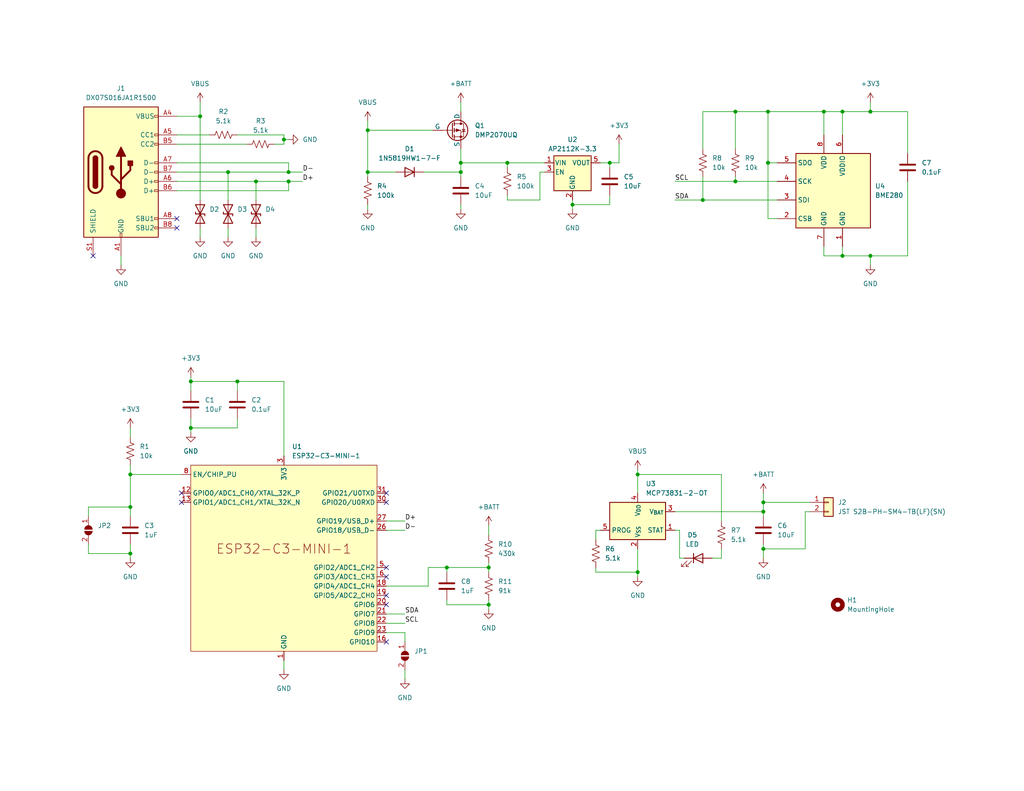
<source format=kicad_sch>
(kicad_sch (version 20230121) (generator eeschema)
  (paper "USLetter")
  (lib_symbols
    (symbol "Battery_Management:MCP73831-2-OT"
      (property "Reference" "U" (at -7.62 6.35 0))
      (property "Value" "MCP73831-2-OT" (at 1.27 6.35 0))
      (symbol "MCP73831-2-OT_0_1"
        (rectangle (start -7.62 5.08) (end 7.62 -5.08) (stroke (width 0.254)) (fill (type background)))
      )
      (symbol "MCP73831-2-OT_1_1"
        (pin output line (at 10.16 -2.54 180) (length 2.54) (name "STAT") (number "1"))
        (pin power_in line (at 0 -7.62 90) (length 2.54) (name "V_{SS}") (number "2"))
        (pin power_out line (at 10.16 2.54 180) (length 2.54) (name "V_{BAT}") (number "3"))
        (pin power_in line (at 0 7.62 270) (length 2.54) (name "V_{DD}") (number "4"))
        (pin input line (at -10.16 -2.54 0) (length 2.54) (name "PROG") (number "5"))
      )
    )
    (symbol "Connector:USB_C_Receptacle_USB2.0" (pin_names (offset 1.016))
      (property "Reference" "J" (at -10.16 19.05 0))
      (property "Value" "USB_C_Receptacle_USB2.0" (at 19.05 19.05 0))
      (symbol "USB_C_Receptacle_USB2.0_0_0"
        (rectangle (start -0.254 -17.78) (end 0.254 -16.764))
        (rectangle (start 10.16 -14.986) (end 9.144 -15.494))
        (rectangle (start 10.16 -12.446) (end 9.144 -12.954))
        (rectangle (start 10.16 -4.826) (end 9.144 -5.334))
        (rectangle (start 10.16 -2.286) (end 9.144 -2.794))
        (rectangle (start 10.16 0.254) (end 9.144 -0.254))
        (rectangle (start 10.16 2.794) (end 9.144 2.286))
        (rectangle (start 10.16 7.874) (end 9.144 7.366))
        (rectangle (start 10.16 10.414) (end 9.144 9.906))
        (rectangle (start 10.16 15.494) (end 9.144 14.986))
      )
      (symbol "USB_C_Receptacle_USB2.0_0_1"
        (rectangle (start -10.16 17.78) (end 10.16 -17.78) (stroke (width 0.254)) (fill (type background)))
        (arc (start -8.89 -3.81) (mid -6.985 -5.7067) (end -5.08 -3.81) (stroke (width 0.508)))
        (arc (start -7.62 -3.81) (mid -6.985 -4.4423) (end -6.35 -3.81) (stroke (width 0.254)))
        (arc (start -7.62 -3.81) (mid -6.985 -4.4423) (end -6.35 -3.81) (stroke (width 0.254)) (fill (type outline)))
        (rectangle (start -7.62 -3.81) (end -6.35 3.81) (stroke (width 0.254)) (fill (type outline)))
        (arc (start -6.35 3.81) (mid -6.985 4.4423) (end -7.62 3.81) (stroke (width 0.254)))
        (arc (start -6.35 3.81) (mid -6.985 4.4423) (end -7.62 3.81) (stroke (width 0.254)) (fill (type outline)))
        (arc (start -5.08 3.81) (mid -6.985 5.7067) (end -8.89 3.81) (stroke (width 0.508)))
        (circle (center -2.54 1.143) (radius 0.635) (stroke (width 0.254)) (fill (type outline)))
        (circle (center 0 -5.842) (radius 1.27) (fill (type outline)))
        (polyline (pts (xy -8.89 -3.81) (xy -8.89 3.81)) (stroke (width 0.508)))
        (polyline (pts (xy -5.08 3.81) (xy -5.08 -3.81)) (stroke (width 0.508)))
        (polyline (pts (xy 0 -5.842) (xy 0 4.318)) (stroke (width 0.508)))
        (polyline (pts (xy 0 -3.302) (xy -2.54 -0.762) (xy -2.54 0.508)) (stroke (width 0.508)))
        (polyline (pts (xy 0 -2.032) (xy 2.54 0.508) (xy 2.54 1.778)) (stroke (width 0.508)))
        (polyline (pts (xy -1.27 4.318) (xy 0 6.858) (xy 1.27 4.318) (xy -1.27 4.318)) (stroke (width 0.254)) (fill (type outline)))
        (rectangle (start 1.905 1.778) (end 3.175 3.048) (stroke (width 0.254)) (fill (type outline)))
      )
      (symbol "USB_C_Receptacle_USB2.0_1_1"
        (pin passive line (at 0 -22.86 90) (length 5.08) (name "GND") (number "A1"))
        (pin passive line (at 0 -22.86 90) (length 5.08) hide (name "GND") (number "A12"))
        (pin passive line (at 15.24 15.24 180) (length 5.08) (name "VBUS") (number "A4"))
        (pin bidirectional line (at 15.24 10.16 180) (length 5.08) (name "CC1") (number "A5"))
        (pin bidirectional line (at 15.24 -2.54 180) (length 5.08) (name "D+") (number "A6"))
        (pin bidirectional line (at 15.24 2.54 180) (length 5.08) (name "D-") (number "A7"))
        (pin bidirectional line (at 15.24 -12.7 180) (length 5.08) (name "SBU1") (number "A8"))
        (pin passive line (at 15.24 15.24 180) (length 5.08) hide (name "VBUS") (number "A9"))
        (pin passive line (at 0 -22.86 90) (length 5.08) hide (name "GND") (number "B1"))
        (pin passive line (at 0 -22.86 90) (length 5.08) hide (name "GND") (number "B12"))
        (pin passive line (at 15.24 15.24 180) (length 5.08) hide (name "VBUS") (number "B4"))
        (pin bidirectional line (at 15.24 7.62 180) (length 5.08) (name "CC2") (number "B5"))
        (pin bidirectional line (at 15.24 -5.08 180) (length 5.08) (name "D+") (number "B6"))
        (pin bidirectional line (at 15.24 0 180) (length 5.08) (name "D-") (number "B7"))
        (pin bidirectional line (at 15.24 -15.24 180) (length 5.08) (name "SBU2") (number "B8"))
        (pin passive line (at 15.24 15.24 180) (length 5.08) hide (name "VBUS") (number "B9"))
        (pin passive line (at -7.62 -22.86 90) (length 5.08) (name "SHIELD") (number "S1"))
      )
    )
    (symbol "Connector_Generic:Conn_01x02" (pin_names (offset 1.016) hide)
      (property "Reference" "J" (at 0 2.54 0))
      (property "Value" "Conn_01x02" (at 0 -5.08 0))
      (symbol "Conn_01x02_1_1"
        (rectangle (start -1.27 -2.413) (end 0 -2.667) (stroke (width 0.1524)))
        (rectangle (start -1.27 0.127) (end 0 -0.127) (stroke (width 0.1524)))
        (rectangle (start -1.27 1.27) (end 1.27 -3.81) (stroke (width 0.254)) (fill (type background)))
        (pin passive line (at -5.08 0 0) (length 3.81) (name "Pin_1") (number "1"))
        (pin passive line (at -5.08 -2.54 0) (length 3.81) (name "Pin_2") (number "2"))
      )
    )
    (symbol "Device:C" (pin_numbers hide) (pin_names (offset 0.254))
      (property "Reference" "C" (at 0.635 2.54 0))
      (property "Value" "C" (at 0.635 -2.54 0))
      (symbol "C_0_1"
        (polyline (pts (xy -2.032 -0.762) (xy 2.032 -0.762)) (stroke (width 0.508)))
        (polyline (pts (xy -2.032 0.762) (xy 2.032 0.762)) (stroke (width 0.508)))
      )
      (symbol "C_1_1"
        (pin passive line (at 0 3.81 270) (length 2.794) (name "~") (number "1"))
        (pin passive line (at 0 -3.81 90) (length 2.794) (name "~") (number "2"))
      )
    )
    (symbol "Device:D" (pin_numbers hide) (pin_names (offset 1.016) hide)
      (property "Reference" "D" (at 0 2.54 0))
      (property "Value" "D" (at 0 -2.54 0))
      (symbol "D_0_1"
        (polyline (pts (xy -1.27 1.27) (xy -1.27 -1.27)) (stroke (width 0.254)))
        (polyline (pts (xy 1.27 0) (xy -1.27 0)))
        (polyline (pts (xy 1.27 1.27) (xy 1.27 -1.27) (xy -1.27 0) (xy 1.27 1.27)) (stroke (width 0.254)))
      )
      (symbol "D_1_1"
        (pin passive line (at -3.81 0 0) (length 2.54) (name "K") (number "1"))
        (pin passive line (at 3.81 0 180) (length 2.54) (name "A") (number "2"))
      )
    )
    (symbol "Device:D_TVS" (pin_numbers hide) (pin_names (offset 1.016) hide)
      (property "Reference" "D" (at 0 2.54 0))
      (property "Value" "D_TVS" (at 0 -2.54 0))
      (symbol "D_TVS_0_1"
        (polyline (pts (xy 1.27 0) (xy -1.27 0)))
        (polyline (pts (xy 0.508 1.27) (xy 0 1.27) (xy 0 -1.27) (xy -0.508 -1.27)) (stroke (width 0.254)))
        (polyline (pts (xy -2.54 1.27) (xy -2.54 -1.27) (xy 2.54 1.27) (xy 2.54 -1.27) (xy -2.54 1.27)) (stroke (width 0.254)))
      )
      (symbol "D_TVS_1_1"
        (pin passive line (at -3.81 0 0) (length 2.54) (name "A1") (number "1"))
        (pin passive line (at 3.81 0 180) (length 2.54) (name "A2") (number "2"))
      )
    )
    (symbol "Device:LED" (pin_numbers hide) (pin_names (offset 1.016) hide)
      (property "Reference" "D" (at 0 2.54 0))
      (property "Value" "LED" (at 0 -2.54 0))
      (symbol "LED_0_1"
        (polyline (pts (xy -1.27 -1.27) (xy -1.27 1.27)) (stroke (width 0.254)))
        (polyline (pts (xy -1.27 0) (xy 1.27 0)))
        (polyline (pts (xy 1.27 -1.27) (xy 1.27 1.27) (xy -1.27 0) (xy 1.27 -1.27)) (stroke (width 0.254)))
        (polyline (pts (xy -3.048 -0.762) (xy -4.572 -2.286) (xy -3.81 -2.286) (xy -4.572 -2.286) (xy -4.572 -1.524)))
        (polyline (pts (xy -1.778 -0.762) (xy -3.302 -2.286) (xy -2.54 -2.286) (xy -3.302 -2.286) (xy -3.302 -1.524)))
      )
      (symbol "LED_1_1"
        (pin passive line (at -3.81 0 0) (length 2.54) (name "K") (number "1"))
        (pin passive line (at 3.81 0 180) (length 2.54) (name "A") (number "2"))
      )
    )
    (symbol "Device:R_US" (pin_numbers hide) (pin_names (offset 0))
      (property "Reference" "R" (at 2.54 0 90))
      (property "Value" "R_US" (at -2.54 0 90))
      (symbol "R_US_0_1"
        (polyline (pts (xy 0 -2.286) (xy 0 -2.54)))
        (polyline (pts (xy 0 2.286) (xy 0 2.54)))
        (polyline (pts (xy 0 -0.762) (xy 1.016 -1.143) (xy 0 -1.524) (xy -1.016 -1.905) (xy 0 -2.286)))
        (polyline (pts (xy 0 0.762) (xy 1.016 0.381) (xy 0 0) (xy -1.016 -0.381) (xy 0 -0.762)))
        (polyline (pts (xy 0 2.286) (xy 1.016 1.905) (xy 0 1.524) (xy -1.016 1.143) (xy 0 0.762)))
      )
      (symbol "R_US_1_1"
        (pin passive line (at 0 3.81 270) (length 1.27) (name "~") (number "1"))
        (pin passive line (at 0 -3.81 90) (length 1.27) (name "~") (number "2"))
      )
    )
    (symbol "Jumper:SolderJumper_2_Open" (pin_names (offset 0) hide)
      (property "Reference" "JP" (at 0 2.032 0))
      (property "Value" "SolderJumper_2_Open" (at 0 -2.54 0))
      (symbol "SolderJumper_2_Open_0_1"
        (arc (start -0.254 1.016) (mid -1.2656 0) (end -0.254 -1.016))
        (arc (start -0.254 1.016) (mid -1.2656 0) (end -0.254 -1.016) (fill (type outline)))
        (polyline (pts (xy -0.254 1.016) (xy -0.254 -1.016)))
        (polyline (pts (xy 0.254 1.016) (xy 0.254 -1.016)))
        (arc (start 0.254 -1.016) (mid 1.2656 0) (end 0.254 1.016))
        (arc (start 0.254 -1.016) (mid 1.2656 0) (end 0.254 1.016) (fill (type outline)))
      )
      (symbol "SolderJumper_2_Open_1_1"
        (pin passive line (at -3.81 0 0) (length 2.54) (name "A") (number "1"))
        (pin passive line (at 3.81 0 180) (length 2.54) (name "B") (number "2"))
      )
    )
    (symbol "Mechanical:MountingHole" (pin_names (offset 1.016))
      (property "Reference" "H" (at 0 5.08 0))
      (property "Value" "MountingHole" (at 0 3.175 0))
      (symbol "MountingHole_0_1"
        (circle (center 0 0) (radius 1.27) (stroke (width 1.27)))
      )
    )
    (symbol "PCM_Espressif:ESP32-C3-MINI-1"
      (property "Reference" "U" (at -25.4 30.48 0))
      (property "Value" "ESP32-C3-MINI-1" (at -25.4 27.94 0))
      (symbol "ESP32-C3-MINI-1_0_0"
        (text "ESP32-C3-MINI-1" (at 0 2.54 0) (effects (font (size 2.54 2.54))))
      )
      (symbol "ESP32-C3-MINI-1_0_1"
        (rectangle (start -25.4 25.4) (end 25.4 -25.4) (fill (type background)))
      )
      (symbol "ESP32-C3-MINI-1_1_1"
        (pin power_in line (at 0 -27.94 90) (length 2.54) (name "GND") (number "1"))
        (pin no_connect line (at -25.4 2.54 0) (length 2.54) hide (name "NC") (number "10"))
        (pin passive line (at 0 -27.94 90) (length 2.54) hide (name "GND") (number "11"))
        (pin bidirectional line (at -27.94 17.78 0) (length 2.54) (name "GPIO0/ADC1_CH0/XTAL_32K_P") (number "12"))
        (pin bidirectional line (at -27.94 15.24 0) (length 2.54) (name "GPIO1/ADC1_CH1/XTAL_32K_N") (number "13"))
        (pin passive line (at 0 -27.94 90) (length 2.54) hide (name "GND") (number "14"))
        (pin no_connect line (at -25.4 0 0) (length 2.54) hide (name "NC") (number "15"))
        (pin bidirectional line (at 27.94 -22.86 180) (length 2.54) (name "GPIO10") (number "16"))
        (pin no_connect line (at -25.4 -2.54 0) (length 2.54) hide (name "NC") (number "17"))
        (pin bidirectional line (at 27.94 -7.62 180) (length 2.54) (name "GPIO4/ADC1_CH4") (number "18"))
        (pin bidirectional line (at 27.94 -10.16 180) (length 2.54) (name "GPIO5/ADC2_CH0") (number "19"))
        (pin passive line (at 0 -27.94 90) (length 2.54) hide (name "GND") (number "2"))
        (pin bidirectional line (at 27.94 -12.7 180) (length 2.54) (name "GPIO6") (number "20"))
        (pin bidirectional line (at 27.94 -15.24 180) (length 2.54) (name "GPIO7") (number "21"))
        (pin bidirectional line (at 27.94 -17.78 180) (length 2.54) (name "GPIO8") (number "22"))
        (pin bidirectional line (at 27.94 -20.32 180) (length 2.54) (name "GPIO9") (number "23"))
        (pin no_connect line (at -25.4 -5.08 0) (length 2.54) hide (name "NC") (number "24"))
        (pin no_connect line (at -25.4 -7.62 0) (length 2.54) hide (name "NC") (number "25"))
        (pin bidirectional line (at 27.94 7.62 180) (length 2.54) (name "GPIO18/USB_D-") (number "26"))
        (pin bidirectional line (at 27.94 10.16 180) (length 2.54) (name "GPIO19/USB_D+") (number "27"))
        (pin no_connect line (at -25.4 -10.16 0) (length 2.54) hide (name "NC") (number "28"))
        (pin no_connect line (at -25.4 -12.7 0) (length 2.54) hide (name "NC") (number "29"))
        (pin power_in line (at 0 27.94 270) (length 2.54) (name "3V3") (number "3"))
        (pin bidirectional line (at 27.94 15.24 180) (length 2.54) (name "GPIO20/U0RXD") (number "30"))
        (pin bidirectional line (at 27.94 17.78 180) (length 2.54) (name "GPIO21/U0TXD") (number "31"))
        (pin no_connect line (at -25.4 -15.24 0) (length 2.54) hide (name "NC") (number "32"))
        (pin no_connect line (at -25.4 -17.78 0) (length 2.54) hide (name "NC") (number "33"))
        (pin no_connect line (at -25.4 -20.32 0) (length 2.54) hide (name "NC") (number "34"))
        (pin no_connect line (at -25.4 -22.86 0) (length 2.54) hide (name "NC") (number "35"))
        (pin passive line (at 0 -27.94 90) (length 2.54) hide (name "GND") (number "36"))
        (pin passive line (at 0 -27.94 90) (length 2.54) hide (name "GND") (number "37"))
        (pin passive line (at 0 -27.94 90) (length 2.54) hide (name "GND") (number "38"))
        (pin passive line (at 0 -27.94 90) (length 2.54) hide (name "GND") (number "39"))
        (pin no_connect line (at -25.4 10.16 0) (length 2.54) hide (name "NC") (number "4"))
        (pin passive line (at 0 -27.94 90) (length 2.54) hide (name "GND") (number "40"))
        (pin passive line (at 0 -27.94 90) (length 2.54) hide (name "GND") (number "41"))
        (pin passive line (at 0 -27.94 90) (length 2.54) hide (name "GND") (number "42"))
        (pin passive line (at 0 -27.94 90) (length 2.54) hide (name "GND") (number "43"))
        (pin passive line (at 0 -27.94 90) (length 2.54) hide (name "GND") (number "44"))
        (pin passive line (at 0 -27.94 90) (length 2.54) hide (name "GND") (number "45"))
        (pin passive line (at 0 -27.94 90) (length 2.54) hide (name "GND") (number "46"))
        (pin passive line (at 0 -27.94 90) (length 2.54) hide (name "GND") (number "47"))
        (pin passive line (at 0 -27.94 90) (length 2.54) hide (name "GND") (number "48"))
        (pin passive line (at 0 -27.94 90) (length 2.54) hide (name "GND") (number "49"))
        (pin bidirectional line (at 27.94 -2.54 180) (length 2.54) (name "GPIO2/ADC1_CH2") (number "5"))
        (pin passive line (at 0 -27.94 90) (length 2.54) hide (name "GND") (number "50"))
        (pin passive line (at 0 -27.94 90) (length 2.54) hide (name "GND") (number "51"))
        (pin passive line (at 0 -27.94 90) (length 2.54) hide (name "GND") (number "52"))
        (pin passive line (at 0 -27.94 90) (length 2.54) hide (name "GND") (number "53"))
        (pin bidirectional line (at 27.94 -5.08 180) (length 2.54) (name "GPIO3/ADC1_CH3") (number "6"))
        (pin no_connect line (at -25.4 7.62 0) (length 2.54) hide (name "NC") (number "7"))
        (pin input line (at -27.94 22.86 0) (length 2.54) (name "EN/CHIP_PU") (number "8"))
        (pin no_connect line (at -25.4 5.08 0) (length 2.54) hide (name "NC") (number "9"))
      )
    )
    (symbol "Regulator_Linear:AP2112K-3.3" (pin_names (offset 0.254))
      (property "Reference" "U" (at -5.08 5.715 0))
      (property "Value" "AP2112K-3.3" (at 0 5.715 0))
      (symbol "AP2112K-3.3_0_1"
        (rectangle (start -5.08 4.445) (end 5.08 -5.08) (stroke (width 0.254)) (fill (type background)))
      )
      (symbol "AP2112K-3.3_1_1"
        (pin power_in line (at -7.62 2.54 0) (length 2.54) (name "VIN") (number "1"))
        (pin power_in line (at 0 -7.62 90) (length 2.54) (name "GND") (number "2"))
        (pin input line (at -7.62 0 0) (length 2.54) (name "EN") (number "3"))
        (pin no_connect line (at 5.08 0 180) (length 2.54) hide (name "NC") (number "4"))
        (pin power_out line (at 7.62 2.54 180) (length 2.54) (name "VOUT") (number "5"))
      )
    )
    (symbol "Sensor:BME280"
      (property "Reference" "U" (at -8.89 11.43 0))
      (property "Value" "BME280" (at 7.62 11.43 0))
      (symbol "BME280_0_1"
        (rectangle (start -10.16 10.16) (end 10.16 -10.16) (stroke (width 0.254)) (fill (type background)))
      )
      (symbol "BME280_1_1"
        (pin power_in line (at -2.54 -15.24 90) (length 5.08) (name "GND") (number "1"))
        (pin input line (at 15.24 -7.62 180) (length 5.08) (name "CSB") (number "2"))
        (pin bidirectional line (at 15.24 -2.54 180) (length 5.08) (name "SDI") (number "3"))
        (pin input line (at 15.24 2.54 180) (length 5.08) (name "SCK") (number "4"))
        (pin bidirectional line (at 15.24 7.62 180) (length 5.08) (name "SDO") (number "5"))
        (pin power_in line (at -2.54 15.24 270) (length 5.08) (name "VDDIO") (number "6"))
        (pin power_in line (at 2.54 -15.24 90) (length 5.08) (name "GND") (number "7"))
        (pin power_in line (at 2.54 15.24 270) (length 5.08) (name "VDD") (number "8"))
      )
    )
    (symbol "Simulation_SPICE:PMOS" (pin_numbers hide) (pin_names (offset 0))
      (property "Reference" "Q1" (at 6.35 1.27 0))
      (property "Value" "DMP2070UQ" (at 6.35 -1.27 0))
      (symbol "PMOS_0_1"
        (polyline (pts (xy 0.254 0) (xy -2.54 0)))
        (polyline (pts (xy 0.254 1.905) (xy 0.254 -1.905)) (stroke (width 0.254)))
        (polyline (pts (xy 0.762 -1.27) (xy 0.762 -2.286)) (stroke (width 0.254)))
        (polyline (pts (xy 0.762 0.508) (xy 0.762 -0.508)) (stroke (width 0.254)))
        (polyline (pts (xy 0.762 2.286) (xy 0.762 1.27)) (stroke (width 0.254)))
        (polyline (pts (xy 2.54 2.54) (xy 2.54 1.778)))
        (polyline (pts (xy 2.54 -2.54) (xy 2.54 0) (xy 0.762 0)))
        (polyline (pts (xy 0.762 1.778) (xy 3.302 1.778) (xy 3.302 -1.778) (xy 0.762 -1.778)))
        (polyline (pts (xy 2.286 0) (xy 1.27 0.381) (xy 1.27 -0.381) (xy 2.286 0)) (fill (type outline)))
        (polyline (pts (xy 2.794 -0.508) (xy 2.921 -0.381) (xy 3.683 -0.381) (xy 3.81 -0.254)))
        (polyline (pts (xy 3.302 -0.381) (xy 2.921 0.254) (xy 3.683 0.254) (xy 3.302 -0.381)))
        (circle (center 1.651 0) (radius 2.794) (stroke (width 0.254)))
        (circle (center 2.54 -1.778) (radius 0.254) (fill (type outline)))
        (circle (center 2.54 1.778) (radius 0.254) (fill (type outline)))
      )
      (symbol "PMOS_1_1"
        (pin input line (at -5.08 0 0) (length 2.54) (name "G") (number "1"))
        (pin passive line (at 2.54 -5.08 90) (length 2.54) (name "S") (number "2"))
        (pin passive line (at 2.54 5.08 270) (length 2.54) (name "D") (number "3"))
      )
    )
    (symbol "power:+3V3" (power) (pin_names (offset 0))
      (property "Value" "+3V3" (at 0 3.556 0))
      (symbol "+3V3_0_1"
        (polyline (pts (xy -0.762 1.27) (xy 0 2.54)))
        (polyline (pts (xy 0 0) (xy 0 2.54)))
        (polyline (pts (xy 0 2.54) (xy 0.762 1.27)))
      )
      (symbol "+3V3_1_1"
        (pin power_in line (at 0 0 90) (length 0) hide (name "+3V3") (number "1"))
      )
    )
    (symbol "power:+BATT" (power) (pin_names (offset 0))
      (property "Value" "+BATT" (at 0 3.556 0))
      (symbol "+BATT_0_1"
        (polyline (pts (xy -0.762 1.27) (xy 0 2.54)))
        (polyline (pts (xy 0 0) (xy 0 2.54)))
        (polyline (pts (xy 0 2.54) (xy 0.762 1.27)))
      )
      (symbol "+BATT_1_1"
        (pin power_in line (at 0 0 90) (length 0) hide (name "+BATT") (number "1"))
      )
    )
    (symbol "power:GND" (power) (pin_names (offset 0))
      (property "Value" "GND" (at 0 -3.81 0))
      (symbol "GND_0_1"
        (polyline (pts (xy 0 0) (xy 0 -1.27) (xy 1.27 -1.27) (xy 0 -2.54) (xy -1.27 -1.27) (xy 0 -1.27)))
      )
      (symbol "GND_1_1"
        (pin power_in line (at 0 0 270) (length 0) hide (name "GND") (number "1"))
      )
    )
    (symbol "power:VBUS" (power) (pin_names (offset 0))
      (property "Value" "VBUS" (at 0 3.81 0))
      (symbol "VBUS_0_1"
        (polyline (pts (xy -0.762 1.27) (xy 0 2.54)))
        (polyline (pts (xy 0 0) (xy 0 2.54)))
        (polyline (pts (xy 0 2.54) (xy 0.762 1.27)))
      )
      (symbol "VBUS_1_1"
        (pin power_in line (at 0 0 90) (length 0) hide (name "VBUS") (number "1"))
      )
    )
  )
  (junction (at 173.99 129.54))
  (junction (at 52.07 104.14))
  (junction (at 52.07 116.84))
  (junction (at 125.73 44.45))
  (junction (at 208.28 139.7))
  (junction (at 208.28 149.86))
  (junction (at 208.28 137.16))
  (junction (at 121.92 154.94))
  (junction (at 35.56 138.43))
  (junction (at 133.35 154.94))
  (junction (at 77.47 38.1))
  (junction (at 78.74 46.99))
  (junction (at 229.87 69.85))
  (junction (at 54.61 31.75))
  (junction (at 166.37 44.45))
  (junction (at 69.85 49.53))
  (junction (at 133.35 165.1))
  (junction (at 237.49 30.48))
  (junction (at 100.33 35.56))
  (junction (at 138.43 44.45))
  (junction (at 35.56 129.54))
  (junction (at 237.49 69.85))
  (junction (at 209.55 44.45))
  (junction (at 156.21 55.88))
  (junction (at 229.87 30.48))
  (junction (at 200.66 49.53))
  (junction (at 78.74 49.53))
  (junction (at 62.23 46.99))
  (junction (at 209.55 30.48))
  (junction (at 191.77 54.61))
  (junction (at 173.99 156.21))
  (junction (at 35.56 151.13))
  (junction (at 224.79 30.48))
  (junction (at 125.73 46.99))
  (junction (at 64.77 104.14))
  (junction (at 100.33 46.99))
  (junction (at 200.66 30.48))
  (no_connect (at 49.53 137.16))
  (no_connect (at 105.41 162.56))
  (no_connect (at 25.4 69.85))
  (no_connect (at 105.41 134.62))
  (no_connect (at 105.41 154.94))
  (no_connect (at 105.41 157.48))
  (no_connect (at 105.41 175.26))
  (no_connect (at 105.41 165.1))
  (no_connect (at 49.53 134.62))
  (no_connect (at 105.41 137.16))
  (no_connect (at 48.26 59.69))
  (no_connect (at 48.26 62.23))
  (wire (pts (xy 173.99 157.48) (xy 173.99 156.21)))
  (wire (pts (xy 52.07 116.84) (xy 52.07 118.11)))
  (wire (pts (xy 247.65 30.48) (xy 247.65 41.91)))
  (wire (pts (xy 200.66 49.53) (xy 212.09 49.53)))
  (wire (pts (xy 237.49 27.94) (xy 237.49 30.48)))
  (wire (pts (xy 78.74 44.45) (xy 78.74 46.99)))
  (wire (pts (xy 209.55 44.45) (xy 209.55 30.48)))
  (wire (pts (xy 133.35 163.83) (xy 133.35 165.1)))
  (wire (pts (xy 184.15 54.61) (xy 191.77 54.61)))
  (wire (pts (xy 196.85 149.86) (xy 196.85 152.4)))
  (wire (pts (xy 184.15 139.7) (xy 208.28 139.7)))
  (wire (pts (xy 52.07 104.14) (xy 52.07 106.68)))
  (wire (pts (xy 200.66 30.48) (xy 209.55 30.48)))
  (wire (pts (xy 54.61 62.23) (xy 54.61 64.77)))
  (wire (pts (xy 208.28 134.62) (xy 208.28 137.16)))
  (wire (pts (xy 224.79 36.83) (xy 224.79 30.48)))
  (wire (pts (xy 77.47 38.1) (xy 78.74 38.1)))
  (wire (pts (xy 110.49 172.72) (xy 110.49 175.26)))
  (wire (pts (xy 138.43 44.45) (xy 148.59 44.45)))
  (wire (pts (xy 118.11 35.56) (xy 100.33 35.56)))
  (wire (pts (xy 64.77 106.68) (xy 64.77 104.14)))
  (wire (pts (xy 52.07 114.3) (xy 52.07 116.84)))
  (wire (pts (xy 48.26 36.83) (xy 57.15 36.83)))
  (wire (pts (xy 105.41 144.78) (xy 110.49 144.78)))
  (wire (pts (xy 173.99 156.21) (xy 173.99 149.86)))
  (wire (pts (xy 121.92 154.94) (xy 133.35 154.94)))
  (wire (pts (xy 116.84 160.02) (xy 116.84 154.94)))
  (wire (pts (xy 224.79 69.85) (xy 229.87 69.85)))
  (wire (pts (xy 48.26 52.07) (xy 78.74 52.07)))
  (wire (pts (xy 77.47 39.37) (xy 77.47 38.1)))
  (wire (pts (xy 100.33 33.02) (xy 100.33 35.56)))
  (wire (pts (xy 35.56 129.54) (xy 35.56 138.43)))
  (wire (pts (xy 208.28 140.97) (xy 208.28 139.7)))
  (wire (pts (xy 156.21 55.88) (xy 156.21 54.61)))
  (wire (pts (xy 138.43 54.61) (xy 147.32 54.61)))
  (wire (pts (xy 78.74 46.99) (xy 82.55 46.99)))
  (wire (pts (xy 208.28 137.16) (xy 208.28 139.7)))
  (wire (pts (xy 100.33 46.99) (xy 100.33 48.26)))
  (wire (pts (xy 77.47 180.34) (xy 77.47 182.88)))
  (wire (pts (xy 35.56 138.43) (xy 35.56 140.97)))
  (wire (pts (xy 69.85 49.53) (xy 78.74 49.53)))
  (wire (pts (xy 224.79 30.48) (xy 229.87 30.48)))
  (wire (pts (xy 33.02 69.85) (xy 33.02 72.39)))
  (wire (pts (xy 64.77 36.83) (xy 77.47 36.83)))
  (wire (pts (xy 52.07 104.14) (xy 64.77 104.14)))
  (wire (pts (xy 125.73 46.99) (xy 125.73 44.45)))
  (wire (pts (xy 62.23 46.99) (xy 62.23 54.61)))
  (wire (pts (xy 116.84 154.94) (xy 121.92 154.94)))
  (wire (pts (xy 100.33 35.56) (xy 100.33 46.99)))
  (wire (pts (xy 133.35 143.51) (xy 133.35 146.05)))
  (wire (pts (xy 220.98 139.7) (xy 219.71 139.7)))
  (wire (pts (xy 78.74 52.07) (xy 78.74 49.53)))
  (wire (pts (xy 229.87 30.48) (xy 237.49 30.48)))
  (wire (pts (xy 105.41 142.24) (xy 110.49 142.24)))
  (wire (pts (xy 212.09 59.69) (xy 209.55 59.69)))
  (wire (pts (xy 100.33 55.88) (xy 100.33 57.15)))
  (wire (pts (xy 48.26 49.53) (xy 69.85 49.53)))
  (wire (pts (xy 191.77 54.61) (xy 212.09 54.61)))
  (wire (pts (xy 224.79 67.31) (xy 224.79 69.85)))
  (wire (pts (xy 69.85 49.53) (xy 69.85 54.61)))
  (wire (pts (xy 35.56 151.13) (xy 35.56 152.4)))
  (wire (pts (xy 186.69 152.4) (xy 185.42 152.4)))
  (wire (pts (xy 184.15 49.53) (xy 200.66 49.53)))
  (wire (pts (xy 237.49 69.85) (xy 229.87 69.85)))
  (wire (pts (xy 147.32 46.99) (xy 148.59 46.99)))
  (wire (pts (xy 105.41 167.64) (xy 110.49 167.64)))
  (wire (pts (xy 105.41 170.18) (xy 110.49 170.18)))
  (wire (pts (xy 133.35 165.1) (xy 133.35 166.37)))
  (wire (pts (xy 219.71 149.86) (xy 208.28 149.86)))
  (wire (pts (xy 219.71 139.7) (xy 219.71 149.86)))
  (wire (pts (xy 77.47 36.83) (xy 77.47 38.1)))
  (wire (pts (xy 74.93 39.37) (xy 77.47 39.37)))
  (wire (pts (xy 115.57 46.99) (xy 125.73 46.99)))
  (wire (pts (xy 196.85 129.54) (xy 173.99 129.54)))
  (wire (pts (xy 100.33 46.99) (xy 107.95 46.99)))
  (wire (pts (xy 163.83 44.45) (xy 166.37 44.45)))
  (wire (pts (xy 54.61 27.94) (xy 54.61 31.75)))
  (wire (pts (xy 24.13 148.59) (xy 24.13 151.13)))
  (wire (pts (xy 229.87 67.31) (xy 229.87 69.85)))
  (wire (pts (xy 64.77 114.3) (xy 64.77 116.84)))
  (wire (pts (xy 121.92 165.1) (xy 133.35 165.1)))
  (wire (pts (xy 138.43 54.61) (xy 138.43 53.34)))
  (wire (pts (xy 196.85 142.24) (xy 196.85 129.54)))
  (wire (pts (xy 52.07 116.84) (xy 64.77 116.84)))
  (wire (pts (xy 200.66 30.48) (xy 200.66 40.64)))
  (wire (pts (xy 48.26 46.99) (xy 62.23 46.99)))
  (wire (pts (xy 237.49 30.48) (xy 247.65 30.48)))
  (wire (pts (xy 168.91 39.37) (xy 168.91 44.45)))
  (wire (pts (xy 237.49 72.39) (xy 237.49 69.85)))
  (wire (pts (xy 125.73 46.99) (xy 125.73 48.26)))
  (wire (pts (xy 24.13 140.97) (xy 24.13 138.43)))
  (wire (pts (xy 173.99 128.27) (xy 173.99 129.54)))
  (wire (pts (xy 133.35 154.94) (xy 133.35 156.21)))
  (wire (pts (xy 229.87 36.83) (xy 229.87 30.48)))
  (wire (pts (xy 77.47 124.46) (xy 77.47 104.14)))
  (wire (pts (xy 35.56 148.59) (xy 35.56 151.13)))
  (wire (pts (xy 209.55 30.48) (xy 224.79 30.48)))
  (wire (pts (xy 162.56 144.78) (xy 162.56 147.32)))
  (wire (pts (xy 62.23 62.23) (xy 62.23 64.77)))
  (wire (pts (xy 185.42 152.4) (xy 185.42 144.78)))
  (wire (pts (xy 208.28 152.4) (xy 208.28 149.86)))
  (wire (pts (xy 212.09 44.45) (xy 209.55 44.45)))
  (wire (pts (xy 125.73 27.94) (xy 125.73 30.48)))
  (wire (pts (xy 24.13 151.13) (xy 35.56 151.13)))
  (wire (pts (xy 191.77 30.48) (xy 200.66 30.48)))
  (wire (pts (xy 62.23 46.99) (xy 78.74 46.99)))
  (wire (pts (xy 184.15 144.78) (xy 185.42 144.78)))
  (wire (pts (xy 200.66 49.53) (xy 200.66 48.26)))
  (wire (pts (xy 125.73 44.45) (xy 125.73 40.64)))
  (wire (pts (xy 138.43 44.45) (xy 138.43 45.72)))
  (wire (pts (xy 162.56 156.21) (xy 173.99 156.21)))
  (wire (pts (xy 48.26 39.37) (xy 67.31 39.37)))
  (wire (pts (xy 121.92 154.94) (xy 121.92 156.21)))
  (wire (pts (xy 191.77 40.64) (xy 191.77 30.48)))
  (wire (pts (xy 77.47 104.14) (xy 64.77 104.14)))
  (wire (pts (xy 166.37 44.45) (xy 166.37 45.72)))
  (wire (pts (xy 168.91 44.45) (xy 166.37 44.45)))
  (wire (pts (xy 121.92 163.83) (xy 121.92 165.1)))
  (wire (pts (xy 133.35 153.67) (xy 133.35 154.94)))
  (wire (pts (xy 125.73 44.45) (xy 138.43 44.45)))
  (wire (pts (xy 194.31 152.4) (xy 196.85 152.4)))
  (wire (pts (xy 173.99 129.54) (xy 173.99 134.62)))
  (wire (pts (xy 208.28 137.16) (xy 220.98 137.16)))
  (wire (pts (xy 208.28 149.86) (xy 208.28 148.59)))
  (wire (pts (xy 54.61 54.61) (xy 54.61 31.75)))
  (wire (pts (xy 125.73 55.88) (xy 125.73 57.15)))
  (wire (pts (xy 156.21 57.15) (xy 156.21 55.88)))
  (wire (pts (xy 105.41 160.02) (xy 116.84 160.02)))
  (wire (pts (xy 162.56 154.94) (xy 162.56 156.21)))
  (wire (pts (xy 166.37 53.34) (xy 166.37 55.88)))
  (wire (pts (xy 48.26 31.75) (xy 54.61 31.75)))
  (wire (pts (xy 247.65 49.53) (xy 247.65 69.85)))
  (wire (pts (xy 69.85 62.23) (xy 69.85 64.77)))
  (wire (pts (xy 191.77 48.26) (xy 191.77 54.61)))
  (wire (pts (xy 147.32 54.61) (xy 147.32 46.99)))
  (wire (pts (xy 156.21 55.88) (xy 166.37 55.88)))
  (wire (pts (xy 24.13 138.43) (xy 35.56 138.43)))
  (wire (pts (xy 209.55 59.69) (xy 209.55 44.45)))
  (wire (pts (xy 78.74 49.53) (xy 82.55 49.53)))
  (wire (pts (xy 35.56 129.54) (xy 35.56 127)))
  (wire (pts (xy 52.07 102.87) (xy 52.07 104.14)))
  (wire (pts (xy 163.83 144.78) (xy 162.56 144.78)))
  (wire (pts (xy 35.56 116.84) (xy 35.56 119.38)))
  (wire (pts (xy 48.26 44.45) (xy 78.74 44.45)))
  (wire (pts (xy 247.65 69.85) (xy 237.49 69.85)))
  (wire (pts (xy 105.41 172.72) (xy 110.49 172.72)))
  (wire (pts (xy 49.53 129.54) (xy 35.56 129.54)))
  (wire (pts (xy 110.49 182.88) (xy 110.49 185.42)))
  (label "SDA" (at 110.49 167.64 0))
  (label "SDA" (at 184.15 54.61 0))
  (label "D+" (at 82.55 49.53 0))
  (label "D-" (at 110.49 144.78 0))
  (label "SCL" (at 110.49 170.18 0))
  (label "D-" (at 82.55 46.99 0))
  (label "SCL" (at 184.15 49.53 0))
  (label "D+" (at 110.49 142.24 0))
  (symbol (lib_id "power:+3V3") (at 35.56 116.84 0) (unit 1)
    (property "Reference" "#PWR05" (effects hide))
    (property "Value" "+3V3" (at 35.56 111.76 0))
  )
  (symbol (lib_id "power:VBUS") (at 173.99 128.27 0) (unit 1)
    (property "Reference" "#PWR019" (effects hide))
    (property "Value" "VBUS" (at 173.99 123.19 0))
  )
  (symbol (lib_id "power:GND") (at 52.07 118.11 0) (unit 1)
    (property "Reference" "#PWR02" (effects hide))
    (property "Value" "GND" (at 52.07 123.19 0))
  )
  (symbol (lib_id "Device:C") (at 121.92 160.02 0) (unit 1)
    (property "Reference" "C8" (at 125.73 158.75 0) (effects (justify left)))
    (property "Value" "1uF" (at 125.73 161.29 0) (effects (justify left)))
    (property "Footprint" "Capacitor_SMD:C_0603_1608Metric_Pad1.08x0.95mm_HandSolder" (effects hide))
  )
  (symbol (lib_id "Mechanical:MountingHole") (at 228.6 165.1 0) (unit 1)
    (property "Reference" "H1" (at 231.14 163.83 0) (effects (justify left)))
    (property "Value" "MountingHole" (at 231.14 166.37 0) (effects (justify left)))
    (property "Footprint" "MountingHole:MountingHole_2.7mm_M2.5" (effects hide))
  )
  (symbol (lib_id "Device:R_US") (at 133.35 149.86 0) (unit 1)
    (property "Reference" "R10" (at 135.89 148.59 0) (effects (justify left)))
    (property "Value" "430k" (at 135.89 151.13 0) (effects (justify left)))
    (property "Footprint" "Resistor_SMD:R_0603_1608Metric_Pad0.98x0.95mm_HandSolder" (effects hide))
  )
  (symbol (lib_id "Device:R_US") (at 162.56 151.13 0) (unit 1)
    (property "Reference" "R6" (at 165.1 149.86 0) (effects (justify left)))
    (property "Value" "5.1k" (at 165.1 152.4 0) (effects (justify left)))
    (property "Footprint" "Resistor_SMD:R_0603_1608Metric_Pad0.98x0.95mm_HandSolder" (effects hide))
  )
  (symbol (lib_id "Connector:USB_C_Receptacle_USB2.0") (at 33.02 46.99 0) (unit 1)
    (property "Reference" "J1" (at 33.02 24.13 0))
    (property "Value" "DX07S016JA1R1500" (at 33.02 26.67 0))
    (property "Footprint" "Connector_USB:USB_C_Receptacle_JAE_DX07S016JA1R1500" (effects hide))
    (property "Datasheet" "https://www.usb.org/sites/default/files/documents/usb_type-c.zip" (effects hide))
  )
  (symbol (lib_id "Jumper:SolderJumper_2_Open") (at 110.49 179.07 270) (unit 1)
    (property "Reference" "JP1" (at 113.03 177.8 90) (effects (justify left)))
    (property "Value" "SolderJumper_2_Open" (effects hide))
    (property "Footprint" "Jumper:SolderJumper-2_P1.3mm_Open_Pad1.0x1.5mm" (effects hide))
  )
  (symbol (lib_id "power:GND") (at 77.47 182.88 0) (unit 1)
    (property "Reference" "#PWR01" (effects hide))
    (property "Value" "GND" (at 77.47 187.96 0))
  )
  (symbol (lib_id "Device:C") (at 208.28 144.78 0) (unit 1)
    (property "Reference" "C6" (at 212.09 143.51 0) (effects (justify left)))
    (property "Value" "10uF" (at 212.09 146.05 0) (effects (justify left)))
    (property "Footprint" "Capacitor_SMD:C_0603_1608Metric_Pad1.08x0.95mm_HandSolder" (effects hide))
  )
  (symbol (lib_id "power:GND") (at 54.61 64.77 0) (unit 1)
    (property "Reference" "#PWR010" (effects hide))
    (property "Value" "GND" (at 54.61 69.85 0))
  )
  (symbol (lib_id "Device:R_US") (at 138.43 49.53 180) (unit 1)
    (property "Reference" "R5" (at 140.97 48.26 0) (effects (justify right)))
    (property "Value" "100k" (at 140.97 50.8 0) (effects (justify right)))
    (property "Footprint" "Resistor_SMD:R_0603_1608Metric_Pad0.98x0.95mm_HandSolder" (effects hide))
  )
  (symbol (lib_id "Simulation_SPICE:PMOS") (at 123.19 35.56 0) (unit 1)
    (property "Reference" "Q1" (at 129.54 34.29 0) (effects (justify left)))
    (property "Value" "DMP2070UQ" (at 129.54 36.83 0) (effects (justify left)))
    (property "Footprint" "Package_TO_SOT_SMD:SOT-23" (effects hide))
    (property "Datasheet" "https://ngspice.sourceforge.io/docs/ngspice-manual.pdf" (effects hide))
    (property "Sim.Device" "PMOS" (effects hide))
    (property "Sim.Type" "VDMOS" (effects hide))
    (property "Sim.Pins" "1=G 2=2 3=D" (effects hide))
  )
  (symbol (lib_id "power:GND") (at 156.21 57.15 0) (unit 1)
    (property "Reference" "#PWR016" (effects hide))
    (property "Value" "GND" (at 156.21 62.23 0))
  )
  (symbol (lib_id "power:+BATT") (at 133.35 143.51 0) (unit 1)
    (property "Reference" "#PWR025" (effects hide))
    (property "Value" "+BATT" (at 133.35 138.43 0))
  )
  (symbol (lib_id "power:VBUS") (at 100.33 33.02 0) (unit 1)
    (property "Reference" "#PWR06" (effects hide))
    (property "Value" "VBUS" (at 100.33 27.94 0))
  )
  (symbol (lib_id "power:+3V3") (at 168.91 39.37 0) (unit 1)
    (property "Reference" "#PWR017" (effects hide))
    (property "Value" "+3V3" (at 168.91 34.29 0))
  )
  (symbol (lib_id "power:+BATT") (at 125.73 27.94 0) (unit 1)
    (property "Reference" "#PWR014" (effects hide))
    (property "Value" "+BATT" (at 125.73 22.86 0))
  )
  (symbol (lib_id "Device:C") (at 125.73 52.07 0) (unit 1)
    (property "Reference" "C4" (at 129.54 50.8 0) (effects (justify left)))
    (property "Value" "10uF" (at 129.54 53.34 0) (effects (justify left)))
    (property "Footprint" "Capacitor_SMD:C_0603_1608Metric_Pad1.08x0.95mm_HandSolder" (effects hide))
  )
  (symbol (lib_id "power:GND") (at 62.23 64.77 0) (unit 1)
    (property "Reference" "#PWR011" (effects hide))
    (property "Value" "GND" (at 62.23 69.85 0))
  )
  (symbol (lib_id "Device:LED") (at 190.5 152.4 0) (unit 1)
    (property "Reference" "D5" (at 188.9125 146.05 0))
    (property "Value" "LED" (at 188.9125 148.59 0))
    (property "Footprint" "LED_SMD:LED_0603_1608Metric_Pad1.05x0.95mm_HandSolder" (effects hide))
  )
  (symbol (lib_id "Device:R_US") (at 71.12 39.37 90) (unit 1)
    (property "Reference" "R3" (at 71.12 33.02 90))
    (property "Value" "5.1k" (at 71.12 35.56 90))
    (property "Footprint" "Resistor_SMD:R_0603_1608Metric_Pad0.98x0.95mm_HandSolder" (effects hide))
  )
  (symbol (lib_id "power:+3V3") (at 52.07 102.87 0) (unit 1)
    (property "Reference" "#PWR03" (effects hide))
    (property "Value" "+3V3" (at 52.07 97.79 0))
  )
  (symbol (lib_id "power:+3V3") (at 237.49 27.94 0) (unit 1)
    (property "Reference" "#PWR024" (effects hide))
    (property "Value" "+3V3" (at 237.49 22.86 0))
  )
  (symbol (lib_id "power:VBUS") (at 54.61 27.94 0) (unit 1)
    (property "Reference" "#PWR07" (effects hide))
    (property "Value" "VBUS" (at 54.61 22.86 0))
  )
  (symbol (lib_id "power:GND") (at 35.56 152.4 0) (unit 1)
    (property "Reference" "#PWR04" (effects hide))
    (property "Value" "GND" (at 35.56 157.48 0))
  )
  (symbol (lib_id "PCM_Espressif:ESP32-C3-MINI-1") (at 77.47 152.4 0) (unit 1)
    (property "Reference" "U1" (at 79.6641 121.92 0) (effects (justify left)))
    (property "Value" "ESP32-C3-MINI-1" (at 79.6641 124.46 0) (effects (justify left)))
    (property "Footprint" "PCM_Espressif:ESP32-C3-MINI-1" (effects hide))
    (property "Datasheet" "https://www.espressif.com/sites/default/files/documentation/esp32-c3-mini-1_datasheet_en.pdf" (effects hide))
  )
  (symbol (lib_id "Connector_Generic:Conn_01x02") (at 226.06 137.16 0) (unit 1)
    (property "Reference" "J2" (at 228.6 137.16 0) (effects (justify left)))
    (property "Value" "JST S2B-PH-SM4-TB(LF)(SN)" (at 228.6 139.7 0) (effects (justify left)))
    (property "Footprint" "Connector_JST:JST_PH_S2B-PH-SM4-TB_1x02-1MP_P2.00mm_Horizontal" (effects hide))
  )
  (symbol (lib_id "power:GND") (at 173.99 157.48 0) (unit 1)
    (property "Reference" "#PWR020" (effects hide))
    (property "Value" "GND" (at 173.99 162.56 0))
  )
  (symbol (lib_id "Jumper:SolderJumper_2_Open") (at 24.13 144.78 270) (unit 1)
    (property "Reference" "JP2" (at 26.67 143.51 90) (effects (justify left)))
    (property "Value" "SolderJumper_2_Open" (effects hide))
    (property "Footprint" "Jumper:SolderJumper-2_P1.3mm_Open_Pad1.0x1.5mm" (effects hide))
  )
  (symbol (lib_id "power:GND") (at 133.35 166.37 0) (unit 1)
    (property "Reference" "#PWR026" (effects hide))
    (property "Value" "GND" (at 133.35 171.45 0))
  )
  (symbol (lib_id "Sensor:BME280") (at 227.33 52.07 0) (mirror y) (unit 1)
    (property "Reference" "U4" (at 238.76 50.8 0) (effects (justify right)))
    (property "Value" "BME280" (at 238.76 53.34 0) (effects (justify right)))
    (property "Footprint" "Package_LGA:Bosch_LGA-8_2.5x2.5mm_P0.65mm_ClockwisePinNumbering" (effects hide))
    (property "Datasheet" "https://www.bosch-sensortec.com/media/boschsensortec/downloads/datasheets/bst-bme280-ds002.pdf" (effects hide))
  )
  (symbol (lib_id "Device:R_US") (at 35.56 123.19 0) (unit 1)
    (property "Reference" "R1" (at 38.1 121.92 0) (effects (justify left)))
    (property "Value" "10k" (at 38.1 124.46 0) (effects (justify left)))
    (property "Footprint" "Resistor_SMD:R_0402_1005Metric_Pad0.72x0.64mm_HandSolder" (effects hide))
  )
  (symbol (lib_id "Device:C") (at 52.07 110.49 0) (unit 1)
    (property "Reference" "C1" (at 55.88 109.22 0) (effects (justify left)))
    (property "Value" "10uF" (at 55.88 111.76 0) (effects (justify left)))
    (property "Footprint" "Capacitor_SMD:C_0603_1608Metric_Pad1.08x0.95mm_HandSolder" (effects hide))
  )
  (symbol (lib_id "Regulator_Linear:AP2112K-3.3") (at 156.21 46.99 0) (unit 1)
    (property "Reference" "U2" (at 156.21 38.1 0))
    (property "Value" "AP2112K-3.3" (at 156.21 40.64 0))
    (property "Footprint" "Package_TO_SOT_SMD:SOT-23-5" (effects hide))
    (property "Datasheet" "https://www.diodes.com/assets/Datasheets/AP2112.pdf" (effects hide))
  )
  (symbol (lib_id "Device:R_US") (at 200.66 44.45 0) (unit 1)
    (property "Reference" "R9" (at 203.2 43.18 0) (effects (justify left)))
    (property "Value" "10k" (at 203.2 45.72 0) (effects (justify left)))
    (property "Footprint" "Resistor_SMD:R_0402_1005Metric_Pad0.72x0.64mm_HandSolder" (effects hide))
  )
  (symbol (lib_id "Device:R_US") (at 191.77 44.45 0) (unit 1)
    (property "Reference" "R8" (at 194.31 43.18 0) (effects (justify left)))
    (property "Value" "10k" (at 194.31 45.72 0) (effects (justify left)))
    (property "Footprint" "Resistor_SMD:R_0402_1005Metric_Pad0.72x0.64mm_HandSolder" (effects hide))
  )
  (symbol (lib_id "Device:R_US") (at 60.96 36.83 90) (unit 1)
    (property "Reference" "R2" (at 60.96 30.48 90))
    (property "Value" "5.1k" (at 60.96 33.02 90))
    (property "Footprint" "Resistor_SMD:R_0603_1608Metric_Pad0.98x0.95mm_HandSolder" (effects hide))
  )
  (symbol (lib_id "power:GND") (at 78.74 38.1 90) (unit 1)
    (property "Reference" "#PWR09" (effects hide))
    (property "Value" "GND" (at 82.55 38.1 90) (effects (justify right)))
  )
  (symbol (lib_id "Device:R_US") (at 133.35 160.02 0) (unit 1)
    (property "Reference" "R11" (at 135.89 158.75 0) (effects (justify left)))
    (property "Value" "91k" (at 135.89 161.29 0) (effects (justify left)))
    (property "Footprint" "Resistor_SMD:R_0603_1608Metric_Pad0.98x0.95mm_HandSolder" (effects hide))
  )
  (symbol (lib_id "power:GND") (at 110.49 185.42 0) (unit 1)
    (property "Reference" "#PWR018" (effects hide))
    (property "Value" "GND" (at 110.49 190.5 0))
  )
  (symbol (lib_id "power:GND") (at 100.33 57.15 0) (unit 1)
    (property "Reference" "#PWR013" (effects hide))
    (property "Value" "GND" (at 100.33 62.23 0))
  )
  (symbol (lib_id "power:+BATT") (at 208.28 134.62 0) (unit 1)
    (property "Reference" "#PWR022" (effects hide))
    (property "Value" "+BATT" (at 208.28 129.54 0))
  )
  (symbol (lib_id "Device:R_US") (at 196.85 146.05 0) (unit 1)
    (property "Reference" "R7" (at 199.39 144.78 0) (effects (justify left)))
    (property "Value" "5.1k" (at 199.39 147.32 0) (effects (justify left)))
    (property "Footprint" "Resistor_SMD:R_0603_1608Metric_Pad0.98x0.95mm_HandSolder" (effects hide))
  )
  (symbol (lib_id "Device:C") (at 247.65 45.72 0) (unit 1)
    (property "Reference" "C7" (at 251.46 44.45 0) (effects (justify left)))
    (property "Value" "0.1uF" (at 251.46 46.99 0) (effects (justify left)))
    (property "Footprint" "Capacitor_SMD:C_0603_1608Metric_Pad1.08x0.95mm_HandSolder" (effects hide))
  )
  (symbol (lib_id "Device:C") (at 35.56 144.78 0) (unit 1)
    (property "Reference" "C3" (at 39.37 143.51 0) (effects (justify left)))
    (property "Value" "1uF" (at 39.37 146.05 0) (effects (justify left)))
    (property "Footprint" "Capacitor_SMD:C_0603_1608Metric_Pad1.08x0.95mm_HandSolder" (effects hide))
  )
  (symbol (lib_id "power:GND") (at 208.28 152.4 0) (unit 1)
    (property "Reference" "#PWR021" (effects hide))
    (property "Value" "GND" (at 208.28 157.48 0))
  )
  (symbol (lib_id "Device:D_TVS") (at 54.61 58.42 90) (unit 1)
    (property "Reference" "D2" (at 57.15 57.15 90) (effects (justify right)))
    (property "Value" "LESD5D5.0CT1G" (effects hide))
    (property "Footprint" "Diode_SMD:D_SOD-523" (effects hide))
  )
  (symbol (lib_id "Device:D") (at 111.76 46.99 180) (unit 1)
    (property "Reference" "D1" (at 111.76 40.64 0))
    (property "Value" "1N5819HW1-7-F" (at 111.76 43.18 0))
    (property "Footprint" "Diode_SMD:D_SOD-123F" (effects hide))
    (property "Sim.Device" "D" (effects hide))
    (property "Sim.Pins" "1=K 2=A" (effects hide))
  )
  (symbol (lib_id "power:GND") (at 33.02 72.39 0) (unit 1)
    (property "Reference" "#PWR08" (effects hide))
    (property "Value" "GND" (at 33.02 77.47 0))
  )
  (symbol (lib_id "Device:R_US") (at 100.33 52.07 0) (unit 1)
    (property "Reference" "R4" (at 102.87 50.8 0) (effects (justify left)))
    (property "Value" "100k" (at 102.87 53.34 0) (effects (justify left)))
    (property "Footprint" "Resistor_SMD:R_0603_1608Metric_Pad0.98x0.95mm_HandSolder" (effects hide))
  )
  (symbol (lib_id "power:GND") (at 69.85 64.77 0) (unit 1)
    (property "Reference" "#PWR012" (effects hide))
    (property "Value" "GND" (at 69.85 69.85 0))
  )
  (symbol (lib_id "power:GND") (at 237.49 72.39 0) (unit 1)
    (property "Reference" "#PWR023" (effects hide))
    (property "Value" "GND" (at 237.49 77.47 0))
  )
  (symbol (lib_id "Device:D_TVS") (at 69.85 58.42 90) (unit 1)
    (property "Reference" "D4" (at 72.39 57.15 90) (effects (justify right)))
    (property "Value" "LESD5D5.0CT1G" (effects hide))
    (property "Footprint" "Diode_SMD:D_SOD-523" (effects hide))
  )
  (symbol (lib_id "power:GND") (at 125.73 57.15 0) (unit 1)
    (property "Reference" "#PWR015" (effects hide))
    (property "Value" "GND" (at 125.73 62.23 0))
  )
  (symbol (lib_id "Device:C") (at 64.77 110.49 0) (unit 1)
    (property "Reference" "C2" (at 68.58 109.22 0) (effects (justify left)))
    (property "Value" "0.1uF" (at 68.58 111.76 0) (effects (justify left)))
    (property "Footprint" "Capacitor_SMD:C_0603_1608Metric_Pad1.08x0.95mm_HandSolder" (effects hide))
  )
  (symbol (lib_id "Device:C") (at 166.37 49.53 0) (unit 1)
    (property "Reference" "C5" (at 170.18 48.26 0) (effects (justify left)))
    (property "Value" "10uF" (at 170.18 50.8 0) (effects (justify left)))
    (property "Footprint" "Capacitor_SMD:C_0603_1608Metric_Pad1.08x0.95mm_HandSolder" (effects hide))
  )
  (symbol (lib_id "Battery_Management:MCP73831-2-OT") (at 173.99 142.24 0) (unit 1)
    (property "Reference" "U3" (at 176.1841 132.08 0) (effects (justify left)))
    (property "Value" "MCP73831-2-OT" (at 176.1841 134.62 0) (effects (justify left)))
    (property "Footprint" "Package_TO_SOT_SMD:SOT-23-5" (effects hide))
    (property "Datasheet" "http://ww1.microchip.com/downloads/en/DeviceDoc/20001984g.pdf" (effects hide))
  )
  (symbol (lib_id "Device:D_TVS") (at 62.23 58.42 90) (unit 1)
    (property "Reference" "D3" (at 64.77 57.15 90) (effects (justify right)))
    (property "Value" "LESD5D5.0CT1G" (effects hide))
    (property "Footprint" "Diode_SMD:D_SOD-523" (effects hide))
  )
)
</source>
